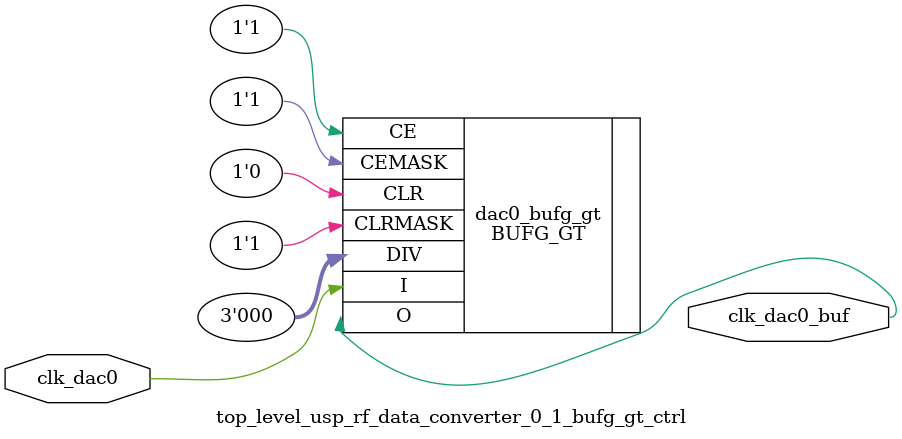
<source format=v>

`timescale 1ns / 1ps

(* DowngradeIPIdentifiedWarnings="yes" *)
module top_level_usp_rf_data_converter_0_1_bufg_gt_ctrl (
  // DAC Fabric Feedback Clock for Tile 0
  input    clk_dac0,
  output   clk_dac0_buf
      
);

  BUFG_GT dac0_bufg_gt
  (
    .I       (clk_dac0),
    .CE      (1'b1),
    .CEMASK  (1'b1),
    .CLR     (1'b0),
    .CLRMASK (1'b1),
    .DIV     (3'b000),
    .O       (clk_dac0_buf)
  );  

 
endmodule

</source>
